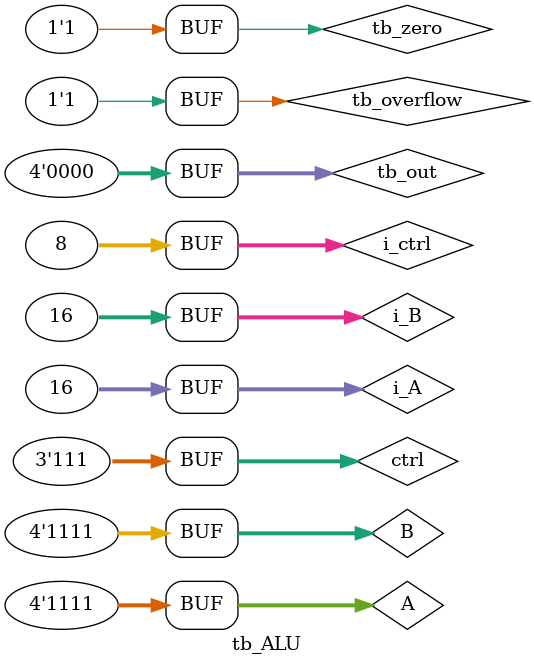
<source format=v>
`timescale 1ns / 1ps

module tb_ALU;
    reg [2:0] ctrl;
    reg [3:0] A;
    reg [3:0] B;
    wire [3:0] out;
    wire [0:0] zero;
    wire [0:0] overflow;

    reg [3:0] tb_out;
    reg [0:0] tb_zero;
    reg [0:0] tb_overflow;

    integer i_ctrl;
    integer i_A;
    integer i_B;

    ALU U0(
        .ctrl (ctrl),
        .A (A),
        .B (B),
        .out (out),
        .zero (zero),
        .overflow (overflow)
        );
        
    initial begin
        for (i_ctrl = 0; i_ctrl < 8; i_ctrl = i_ctrl + 1) begin
            for (i_A = 0; i_A < 16; i_A = i_A + 1) begin
                for (i_B = 0; i_B < 16; i_B = i_B + 1) begin
                    ctrl = i_ctrl;
                    A = i_A;
                    B = i_B;
                    
                    if (ctrl[2]) begin //logic operation
                        case (ctrl[1:0])
                            2'b00: {tb_overflow, tb_out} = A - 1; // decrement
                            2'b01: {tb_overflow, tb_out} = A + B; //addition
                            2'b10: {tb_overflow, tb_out} = A - B; //subtraction
                            default: {tb_overflow, tb_out} = A + 1; // increment
                        endcase
                    end
                    else begin//arithmetic operation        
                        case (ctrl[1:0])
                            2'b00: tb_out = ~A; //bitwise negation
                            2'b01: tb_out = A & B; //bitwise AND
                            2'b10: tb_out = A ^ B; //bitwise XOR
                            default: tb_out = A | B; //bitwise OR
                        endcase
                        tb_overflow = 1'b0;
                    end
                    tb_zero = (tb_out == 4'b0) ? 1'b1 : 1'b0;
                    #5;
                    
                    if (tb_out != out) begin
                        $display("Error! tb output did not match output");
                    end
                    if (tb_zero != zero) begin
                        $display("Error! tb zero did not match zero");
                    end
                    if (tb_overflow != overflow) begin
                        $display("Error! tb overflow did not match overflow");
                    end
    
                end
            end
        end
    end
endmodule
</source>
